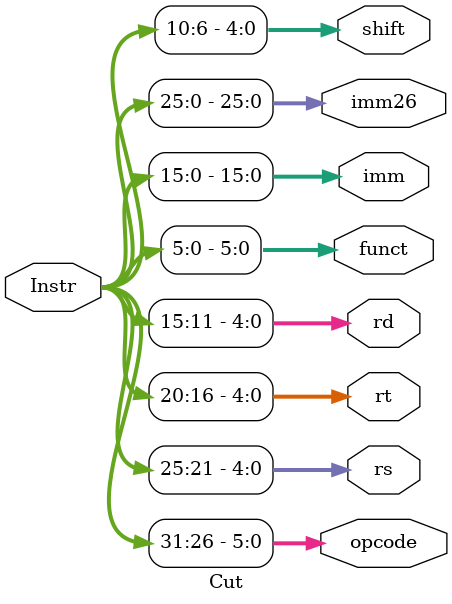
<source format=v>
`timescale 1ns / 1ps
module Cut(
	input [31:0] Instr,
	output [5:0] opcode,
	output [4:0] rs,
	output [4:0] rt,
	output [4:0] rd,
	output [5:0] funct,
	output [15:0] imm,
	output [25:0] imm26,
	output [4:0] shift
    );
	
	assign opcode=Instr[31:26];
	assign rs=Instr[25:21];
	assign rt=Instr[20:16];
	assign rd=Instr[15:11];
	assign funct=Instr[5:0];
	assign imm=Instr[15:0];
	assign imm26=Instr[25:0];
	assign shift=Instr[10:6];
	
endmodule

</source>
